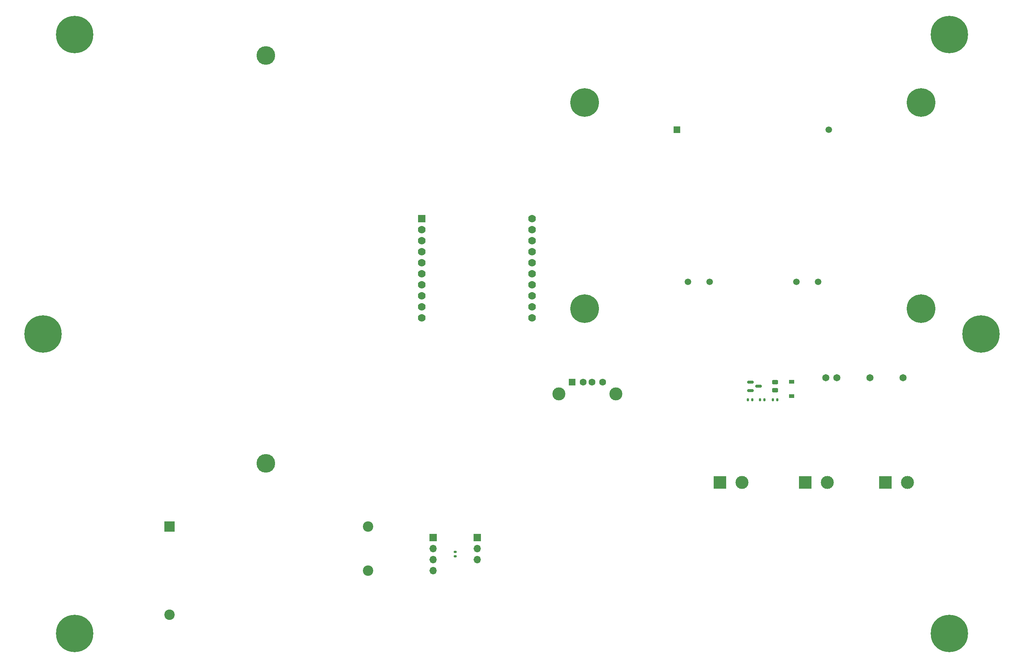
<source format=gts>
%TF.GenerationSoftware,KiCad,Pcbnew,(6.0.0-0)*%
%TF.CreationDate,2022-10-14T11:13:42+02:00*%
%TF.ProjectId,prototype-1,70726f74-6f74-4797-9065-2d312e6b6963,rev?*%
%TF.SameCoordinates,Original*%
%TF.FileFunction,Soldermask,Top*%
%TF.FilePolarity,Negative*%
%FSLAX46Y46*%
G04 Gerber Fmt 4.6, Leading zero omitted, Abs format (unit mm)*
G04 Created by KiCad (PCBNEW (6.0.0-0)) date 2022-10-14 11:13:42*
%MOMM*%
%LPD*%
G01*
G04 APERTURE LIST*
G04 Aperture macros list*
%AMRoundRect*
0 Rectangle with rounded corners*
0 $1 Rounding radius*
0 $2 $3 $4 $5 $6 $7 $8 $9 X,Y pos of 4 corners*
0 Add a 4 corners polygon primitive as box body*
4,1,4,$2,$3,$4,$5,$6,$7,$8,$9,$2,$3,0*
0 Add four circle primitives for the rounded corners*
1,1,$1+$1,$2,$3*
1,1,$1+$1,$4,$5*
1,1,$1+$1,$6,$7*
1,1,$1+$1,$8,$9*
0 Add four rect primitives between the rounded corners*
20,1,$1+$1,$2,$3,$4,$5,0*
20,1,$1+$1,$4,$5,$6,$7,0*
20,1,$1+$1,$6,$7,$8,$9,0*
20,1,$1+$1,$8,$9,$2,$3,0*%
G04 Aperture macros list end*
%ADD10R,3.000000X3.000000*%
%ADD11C,3.000000*%
%ADD12R,1.600000X1.500000*%
%ADD13C,1.600000*%
%ADD14R,2.400000X2.400000*%
%ADD15C,2.400000*%
%ADD16C,0.900000*%
%ADD17C,8.600000*%
%ADD18RoundRect,0.135000X-0.135000X-0.185000X0.135000X-0.185000X0.135000X0.185000X-0.135000X0.185000X0*%
%ADD19C,4.300000*%
%ADD20R,1.778000X1.778000*%
%ADD21C,1.778000*%
%ADD22R,1.700000X1.700000*%
%ADD23O,1.700000X1.700000*%
%ADD24RoundRect,0.150000X-0.587500X-0.150000X0.587500X-0.150000X0.587500X0.150000X-0.587500X0.150000X0*%
%ADD25R,1.500000X1.500000*%
%ADD26C,1.500000*%
%ADD27C,6.600000*%
%ADD28RoundRect,0.135000X-0.185000X0.135000X-0.185000X-0.135000X0.185000X-0.135000X0.185000X0.135000X0*%
%ADD29RoundRect,0.243750X-0.456250X0.243750X-0.456250X-0.243750X0.456250X-0.243750X0.456250X0.243750X0*%
%ADD30RoundRect,0.135000X0.135000X0.185000X-0.135000X0.185000X-0.135000X-0.185000X0.135000X-0.185000X0*%
%ADD31R,1.200000X0.900000*%
%ADD32C,1.650000*%
G04 APERTURE END LIST*
D10*
%TO.C,J4*%
X193040000Y-124460000D03*
D11*
X198120000Y-124460000D03*
%TD*%
D12*
%TO.C,J1*%
X159060000Y-101320000D03*
D13*
X161560000Y-101320000D03*
X163560000Y-101320000D03*
X166060000Y-101320000D03*
D11*
X155990000Y-104030000D03*
X169130000Y-104030000D03*
%TD*%
D14*
%TO.C,PS1*%
X66292500Y-134612500D03*
D15*
X66292500Y-154932500D03*
X112012500Y-144772500D03*
X112012500Y-134612500D03*
%TD*%
D16*
%TO.C,REF\u002A\u002A*%
X248180419Y-161520419D03*
X245900000Y-162465000D03*
X243619581Y-156959581D03*
D17*
X245900000Y-159240000D03*
D16*
X243619581Y-161520419D03*
X245900000Y-156015000D03*
X249125000Y-159240000D03*
X248180419Y-156959581D03*
X242675000Y-159240000D03*
%TD*%
D18*
%TO.C,R4*%
X205230000Y-105410000D03*
X206250000Y-105410000D03*
%TD*%
%TO.C,R2*%
X202320000Y-105410000D03*
X203340000Y-105410000D03*
%TD*%
D19*
%TO.C,REF\u002A\u002A*%
X88500000Y-120040000D03*
%TD*%
D10*
%TO.C,J5*%
X212725000Y-124460000D03*
D11*
X217805000Y-124460000D03*
%TD*%
D19*
%TO.C,REF\u002A\u002A*%
X88500000Y-26060000D03*
%TD*%
D20*
%TO.C,U1*%
X124420000Y-63630000D03*
D21*
X124420000Y-66170000D03*
X124420000Y-68710000D03*
X124420000Y-71250000D03*
X124420000Y-73790000D03*
X124420000Y-76330000D03*
X124420000Y-78870000D03*
X124420000Y-81410000D03*
X124420000Y-83950000D03*
X124420000Y-86490000D03*
X149820000Y-86490000D03*
X149820000Y-83950000D03*
X149820000Y-81410000D03*
X149820000Y-78870000D03*
X149820000Y-76330000D03*
X149820000Y-73790000D03*
X149820000Y-71250000D03*
X149820000Y-68710000D03*
X149820000Y-66170000D03*
X149820000Y-63630000D03*
%TD*%
D16*
%TO.C,REF\u002A\u002A*%
X46780419Y-161520419D03*
X44500000Y-162465000D03*
X42219581Y-156959581D03*
D17*
X44500000Y-159240000D03*
D16*
X42219581Y-161520419D03*
X44500000Y-156015000D03*
X47725000Y-159240000D03*
X46780419Y-156959581D03*
X41275000Y-159240000D03*
%TD*%
D22*
%TO.C,J3*%
X127000000Y-137160000D03*
D23*
X127000000Y-139700000D03*
X127000000Y-142240000D03*
X127000000Y-144780000D03*
%TD*%
D16*
%TO.C,REF\u002A\u002A*%
X46780419Y-23520419D03*
X44500000Y-24465000D03*
X42219581Y-18959581D03*
D17*
X44500000Y-21240000D03*
D16*
X42219581Y-23520419D03*
X44500000Y-18015000D03*
X47725000Y-21240000D03*
X46780419Y-18959581D03*
X41275000Y-21240000D03*
%TD*%
D10*
%TO.C,J6*%
X231140000Y-124460000D03*
D11*
X236220000Y-124460000D03*
%TD*%
D24*
%TO.C,Q1*%
X200112500Y-101355000D03*
X200112500Y-103255000D03*
X201987500Y-102305000D03*
%TD*%
D22*
%TO.C,J2*%
X137160000Y-137160000D03*
D23*
X137160000Y-139700000D03*
X137160000Y-142240000D03*
%TD*%
D25*
%TO.C,T1*%
X183160000Y-43180000D03*
D26*
X218160000Y-43180000D03*
X215660000Y-78180000D03*
X210660000Y-78180000D03*
X190660000Y-78180000D03*
X185660000Y-78180000D03*
D27*
X161910000Y-36930000D03*
X239410000Y-36930000D03*
X239410000Y-84430000D03*
X161910000Y-84430000D03*
%TD*%
D16*
%TO.C,REF\u002A\u002A*%
X39480419Y-92520419D03*
X37200000Y-93465000D03*
X34919581Y-87959581D03*
D17*
X37200000Y-90240000D03*
D16*
X34919581Y-92520419D03*
X37200000Y-87015000D03*
X40425000Y-90240000D03*
X39480419Y-87959581D03*
X33975000Y-90240000D03*
%TD*%
%TO.C,REF\u002A\u002A*%
X255480419Y-92520419D03*
X253200000Y-93465000D03*
X250919581Y-87959581D03*
D17*
X253200000Y-90240000D03*
D16*
X250919581Y-92520419D03*
X253200000Y-87015000D03*
X256425000Y-90240000D03*
X255480419Y-87959581D03*
X249975000Y-90240000D03*
%TD*%
D28*
%TO.C,R1*%
X132080000Y-140460000D03*
X132080000Y-141480000D03*
%TD*%
D29*
%TO.C,D1*%
X205740000Y-101297500D03*
X205740000Y-103172500D03*
%TD*%
D16*
%TO.C,REF\u002A\u002A*%
X248180419Y-23520419D03*
X245900000Y-24465000D03*
X243619581Y-18959581D03*
D17*
X245900000Y-21240000D03*
D16*
X243619581Y-23520419D03*
X245900000Y-18015000D03*
X249125000Y-21240000D03*
X248180419Y-18959581D03*
X242675000Y-21240000D03*
%TD*%
D30*
%TO.C,R3*%
X200535000Y-105410000D03*
X199515000Y-105410000D03*
%TD*%
D31*
%TO.C,D2*%
X209550000Y-104520000D03*
X209550000Y-101220000D03*
%TD*%
D32*
%TO.C,K1*%
X217433080Y-100340000D03*
X219973080Y-100340000D03*
X227593080Y-100340000D03*
X235213080Y-100340000D03*
%TD*%
M02*

</source>
